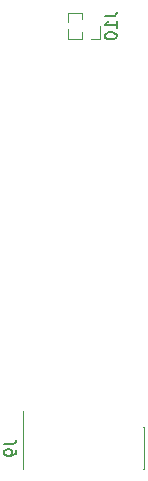
<source format=gbr>
%TF.GenerationSoftware,KiCad,Pcbnew,5.1.7-a382d34a8~87~ubuntu20.04.1*%
%TF.CreationDate,2021-02-25T10:09:00+00:00*%
%TF.ProjectId,UFOPulse,55464f50-756c-4736-952e-6b696361645f,rev?*%
%TF.SameCoordinates,Original*%
%TF.FileFunction,Legend,Bot*%
%TF.FilePolarity,Positive*%
%FSLAX46Y46*%
G04 Gerber Fmt 4.6, Leading zero omitted, Abs format (unit mm)*
G04 Created by KiCad (PCBNEW 5.1.7-a382d34a8~87~ubuntu20.04.1) date 2021-02-25 10:09:00*
%MOMM*%
%LPD*%
G01*
G04 APERTURE LIST*
%ADD10C,0.120000*%
%ADD11C,0.150000*%
G04 APERTURE END LIST*
D10*
%TO.C,J10*%
X139135000Y-84710000D02*
X139135000Y-83907530D01*
X139135000Y-83292470D02*
X139135000Y-82490000D01*
X140340000Y-84710000D02*
X139135000Y-84710000D01*
X140340000Y-82490000D02*
X139135000Y-82490000D01*
X140340000Y-84710000D02*
X140340000Y-84163471D01*
X140340000Y-83036529D02*
X140340000Y-82490000D01*
X141100000Y-84710000D02*
X141860000Y-84710000D01*
X141860000Y-84710000D02*
X141860000Y-83600000D01*
%TO.C,J9*%
X135305000Y-117585000D02*
X135305000Y-121115000D01*
X145585000Y-117585000D02*
X145585000Y-121115000D01*
X135370000Y-116260000D02*
X135370000Y-117585000D01*
X135305000Y-117585000D02*
X135370000Y-117585000D01*
X135305000Y-121115000D02*
X135370000Y-121115000D01*
X145520000Y-117585000D02*
X145585000Y-117585000D01*
X145520000Y-121115000D02*
X145585000Y-121115000D01*
%TO.C,J10*%
D11*
X142247380Y-82790476D02*
X142961666Y-82790476D01*
X143104523Y-82742857D01*
X143199761Y-82647619D01*
X143247380Y-82504761D01*
X143247380Y-82409523D01*
X143247380Y-83790476D02*
X143247380Y-83219047D01*
X143247380Y-83504761D02*
X142247380Y-83504761D01*
X142390238Y-83409523D01*
X142485476Y-83314285D01*
X142533095Y-83219047D01*
X142247380Y-84409523D02*
X142247380Y-84504761D01*
X142295000Y-84600000D01*
X142342619Y-84647619D01*
X142437857Y-84695238D01*
X142628333Y-84742857D01*
X142866428Y-84742857D01*
X143056904Y-84695238D01*
X143152142Y-84647619D01*
X143199761Y-84600000D01*
X143247380Y-84504761D01*
X143247380Y-84409523D01*
X143199761Y-84314285D01*
X143152142Y-84266666D01*
X143056904Y-84219047D01*
X142866428Y-84171428D01*
X142628333Y-84171428D01*
X142437857Y-84219047D01*
X142342619Y-84266666D01*
X142295000Y-84314285D01*
X142247380Y-84409523D01*
%TO.C,J9*%
X133757380Y-119016666D02*
X134471666Y-119016666D01*
X134614523Y-118969047D01*
X134709761Y-118873809D01*
X134757380Y-118730952D01*
X134757380Y-118635714D01*
X134757380Y-119540476D02*
X134757380Y-119730952D01*
X134709761Y-119826190D01*
X134662142Y-119873809D01*
X134519285Y-119969047D01*
X134328809Y-120016666D01*
X133947857Y-120016666D01*
X133852619Y-119969047D01*
X133805000Y-119921428D01*
X133757380Y-119826190D01*
X133757380Y-119635714D01*
X133805000Y-119540476D01*
X133852619Y-119492857D01*
X133947857Y-119445238D01*
X134185952Y-119445238D01*
X134281190Y-119492857D01*
X134328809Y-119540476D01*
X134376428Y-119635714D01*
X134376428Y-119826190D01*
X134328809Y-119921428D01*
X134281190Y-119969047D01*
X134185952Y-120016666D01*
%TD*%
M02*

</source>
